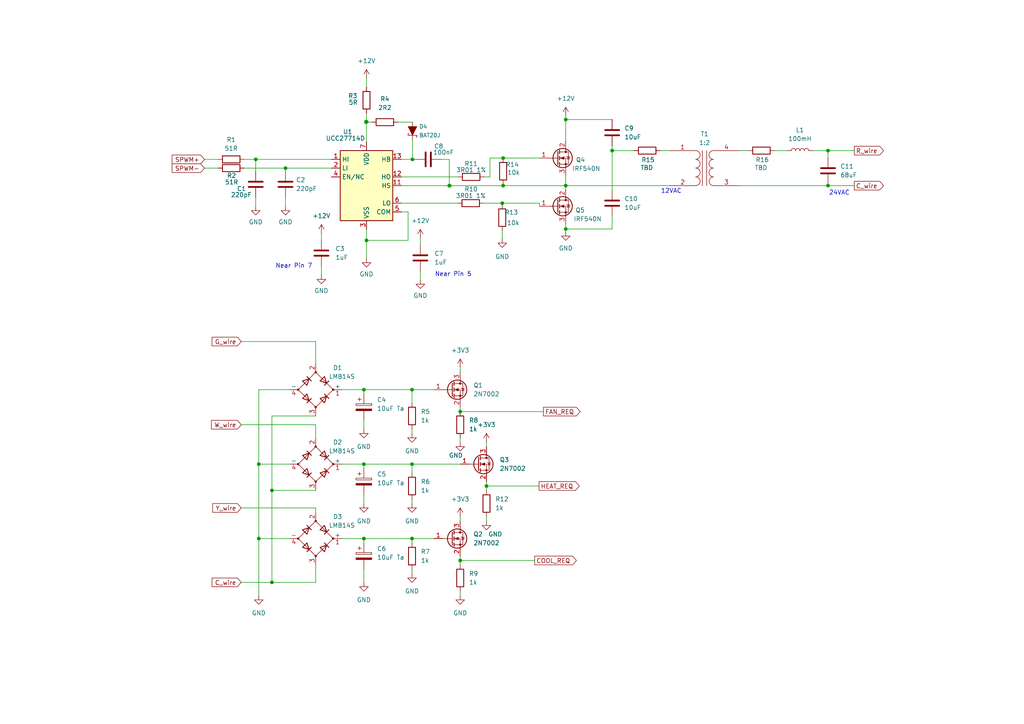
<source format=kicad_sch>
(kicad_sch (version 20211123) (generator eeschema)
  (paper "A4")
  (lib_symbols
    (symbol "Device:C" (pin_numbers hide) (pin_names (offset 0.254))
      (property "Reference" "C" (at 0.635 2.54 0))
      (property "Value" "C" (at 0.635 -2.54 0))
      (symbol "C_0_1"
        (polyline (pts (xy -2.032 -0.762) (xy 2.032 -0.762)) (stroke (width 0.508)))
        (polyline (pts (xy -2.032 0.762) (xy 2.032 0.762)) (stroke (width 0.508)))
      )
      (symbol "C_1_1"
        (pin passive line (at 0 3.81 270) (length 2.794) (name "~") (number "1"))
        (pin passive line (at 0 -3.81 90) (length 2.794) (name "~") (number "2"))
      )
    )
    (symbol "Device:C_Polarized" (pin_numbers hide) (pin_names (offset 0.254))
      (property "Reference" "C" (at 0.635 2.54 0))
      (property "Value" "C_Polarized" (at 0.635 -2.54 0))
      (symbol "C_Polarized_0_1"
        (rectangle (start -2.286 0.508) (end 2.286 1.016))
        (polyline (pts (xy -1.778 2.286) (xy -0.762 2.286)))
        (polyline (pts (xy -1.27 2.794) (xy -1.27 1.778)))
        (rectangle (start 2.286 -0.508) (end -2.286 -1.016) (fill (type outline)))
      )
      (symbol "C_Polarized_1_1"
        (pin passive line (at 0 3.81 270) (length 2.794) (name "~") (number "1"))
        (pin passive line (at 0 -3.81 90) (length 2.794) (name "~") (number "2"))
      )
    )
    (symbol "Device:D_Bridge_+AA-" (pin_names (offset 0))
      (property "Reference" "D" (at 2.54 6.985 0))
      (property "Value" "D_Bridge_+AA-" (at 2.54 5.08 0))
      (symbol "D_Bridge_+AA-_0_1"
        (circle (center -5.08 0) (radius 0.254) (fill (type outline)))
        (circle (center 0 -5.08) (radius 0.254) (fill (type outline)))
        (polyline (pts (xy -2.54 3.81) (xy -1.27 2.54)) (stroke (width 0.254)))
        (polyline (pts (xy -1.27 -2.54) (xy -2.54 -3.81)) (stroke (width 0.254)))
        (polyline (pts (xy 2.54 -1.27) (xy 3.81 -2.54)) (stroke (width 0.254)))
        (polyline (pts (xy 2.54 1.27) (xy 3.81 2.54)) (stroke (width 0.254)))
        (polyline (pts (xy -3.81 2.54) (xy -2.54 1.27) (xy -1.905 3.175) (xy -3.81 2.54)) (stroke (width 0.254)))
        (polyline (pts (xy -2.54 -1.27) (xy -3.81 -2.54) (xy -1.905 -3.175) (xy -2.54 -1.27)) (stroke (width 0.254)))
        (polyline (pts (xy 1.27 2.54) (xy 2.54 3.81) (xy 3.175 1.905) (xy 1.27 2.54)) (stroke (width 0.254)))
        (polyline (pts (xy 3.175 -1.905) (xy 1.27 -2.54) (xy 2.54 -3.81) (xy 3.175 -1.905)) (stroke (width 0.254)))
        (polyline (pts (xy -5.08 0) (xy 0 -5.08) (xy 5.08 0) (xy 0 5.08) (xy -5.08 0)))
        (circle (center 0 5.08) (radius 0.254) (fill (type outline)))
        (circle (center 5.08 0) (radius 0.254) (fill (type outline)))
      )
      (symbol "D_Bridge_+AA-_1_1"
        (pin passive line (at 7.62 0 180) (length 2.54) (name "+") (number "1"))
        (pin passive line (at 0 7.62 270) (length 2.54) (name "~") (number "2"))
        (pin passive line (at 0 -7.62 90) (length 2.54) (name "~") (number "3"))
        (pin passive line (at -7.62 0 0) (length 2.54) (name "-") (number "4"))
      )
    )
    (symbol "Device:L" (pin_numbers hide) (pin_names (offset 1.016) hide)
      (property "Reference" "L" (at -1.27 0 90))
      (property "Value" "L" (at 1.905 0 90))
      (symbol "L_0_1"
        (arc (start 0 -2.54) (mid 0.635 -1.905) (end 0 -1.27))
        (arc (start 0 -1.27) (mid 0.635 -0.635) (end 0 0))
        (arc (start 0 0) (mid 0.635 0.635) (end 0 1.27))
        (arc (start 0 1.27) (mid 0.635 1.905) (end 0 2.54))
      )
      (symbol "L_1_1"
        (pin passive line (at 0 3.81 270) (length 1.27) (name "1") (number "1"))
        (pin passive line (at 0 -3.81 90) (length 1.27) (name "2") (number "2"))
      )
    )
    (symbol "Device:R" (pin_numbers hide) (pin_names (offset 0))
      (property "Reference" "R" (at 2.032 0 90))
      (property "Value" "R" (at 0 0 90))
      (symbol "R_0_1"
        (rectangle (start -1.016 -2.54) (end 1.016 2.54) (stroke (width 0.254)))
      )
      (symbol "R_1_1"
        (pin passive line (at 0 3.81 270) (length 1.27) (name "~") (number "1"))
        (pin passive line (at 0 -3.81 90) (length 1.27) (name "~") (number "2"))
      )
    )
    (symbol "Device:Transformer_1P_1S" (pin_names (offset 1.016) hide)
      (property "Reference" "T" (at 0 6.35 0))
      (property "Value" "Transformer_1P_1S" (at 0 -7.62 0))
      (symbol "Transformer_1P_1S_0_1"
        (arc (start -2.54 -5.0546) (mid -1.6561 -4.6863) (end -1.27 -3.81))
        (arc (start -2.54 -2.5146) (mid -1.6561 -2.1463) (end -1.27 -1.27))
        (arc (start -2.54 0.0254) (mid -1.6561 0.3937) (end -1.27 1.27))
        (arc (start -2.54 2.5654) (mid -1.6561 2.9337) (end -1.27 3.81))
        (arc (start -1.27 -3.81) (mid -1.642 -2.912) (end -2.54 -2.54))
        (arc (start -1.27 -1.27) (mid -1.642 -0.372) (end -2.54 0))
        (arc (start -1.27 1.27) (mid -1.642 2.168) (end -2.54 2.54))
        (arc (start -1.27 3.81) (mid -1.642 4.708) (end -2.54 5.08))
        (polyline (pts (xy -0.635 5.08) (xy -0.635 -5.08)))
        (polyline (pts (xy 0.635 -5.08) (xy 0.635 5.08)))
        (arc (start 1.2954 -1.27) (mid 1.6599 -2.1501) (end 2.54 -2.5146))
        (arc (start 1.2954 1.27) (mid 1.6599 0.3899) (end 2.54 0.0254))
        (arc (start 1.2954 3.81) (mid 1.6599 2.9299) (end 2.54 2.5654))
        (arc (start 1.3208 -3.81) (mid 1.6853 -4.6901) (end 2.5654 -5.0546))
        (arc (start 2.54 0) (mid 1.6456 -0.3683) (end 1.2954 -1.27))
        (arc (start 2.54 2.54) (mid 1.6456 2.1717) (end 1.2954 1.27))
        (arc (start 2.54 5.08) (mid 1.6456 4.7117) (end 1.2954 3.81))
        (arc (start 2.5654 -2.54) (mid 1.671 -2.9083) (end 1.3208 -3.81))
      )
      (symbol "Transformer_1P_1S_1_1"
        (pin passive line (at -10.16 5.08 0) (length 7.62) (name "AA") (number "1"))
        (pin passive line (at -10.16 -5.08 0) (length 7.62) (name "AB") (number "2"))
        (pin passive line (at 10.16 -5.08 180) (length 7.62) (name "SA") (number "3"))
        (pin passive line (at 10.16 5.08 180) (length 7.62) (name "SB") (number "4"))
      )
    )
    (symbol "Driver_FET:UCC27714D"
      (property "Reference" "U" (at -7.62 11.43 0))
      (property "Value" "UCC27714D" (at 1.27 11.43 0))
      (symbol "UCC27714D_0_1"
        (rectangle (start -7.62 10.16) (end 7.62 -10.16) (stroke (width 0.254)) (fill (type background)))
      )
      (symbol "UCC27714D_1_1"
        (pin input line (at -10.16 7.62 0) (length 2.54) (name "HI") (number "1"))
        (pin no_connect line (at -7.62 -5.08 0) (length 2.54) hide (name "NC") (number "10"))
        (pin passive line (at 10.16 0 180) (length 2.54) (name "HS") (number "11"))
        (pin output line (at 10.16 2.54 180) (length 2.54) (name "HO") (number "12"))
        (pin input line (at 10.16 7.62 180) (length 2.54) (name "HB") (number "13"))
        (pin no_connect line (at -7.62 -7.62 0) (length 2.54) hide (name "NC") (number "14"))
        (pin input line (at -10.16 5.08 0) (length 2.54) (name "LI") (number "2"))
        (pin power_in line (at 0 -12.7 90) (length 2.54) (name "VSS") (number "3"))
        (pin input line (at -10.16 2.54 0) (length 2.54) (name "EN/NC") (number "4"))
        (pin passive line (at 10.16 -7.62 180) (length 2.54) (name "COM") (number "5"))
        (pin output line (at 10.16 -5.08 180) (length 2.54) (name "LO") (number "6"))
        (pin power_in line (at 0 12.7 270) (length 2.54) (name "VDD") (number "7"))
        (pin no_connect line (at -7.62 0 0) (length 2.54) hide (name "NC") (number "8"))
        (pin no_connect line (at -7.62 -2.54 0) (length 2.54) hide (name "NC") (number "9"))
      )
    )
    (symbol "GND_1" (power) (pin_names (offset 0))
      (property "Value" "GND_1" (at 0 -3.81 0))
      (symbol "GND_1_0_1"
        (polyline (pts (xy 0 0) (xy 0 -1.27) (xy 1.27 -1.27) (xy 0 -2.54) (xy -1.27 -1.27) (xy 0 -1.27)))
      )
      (symbol "GND_1_1_1"
        (pin power_in line (at 0 0 270) (length 0) hide (name "GND") (number "1"))
      )
    )
    (symbol "GND_2" (power) (pin_names (offset 0))
      (property "Value" "GND_2" (at 0 -3.81 0))
      (symbol "GND_2_0_1"
        (polyline (pts (xy 0 0) (xy 0 -1.27) (xy 1.27 -1.27) (xy 0 -2.54) (xy -1.27 -1.27) (xy 0 -1.27)))
      )
      (symbol "GND_2_1_1"
        (pin power_in line (at 0 0 270) (length 0) hide (name "GND") (number "1"))
      )
    )
    (symbol "GND_3" (power) (pin_names (offset 0))
      (property "Value" "GND_3" (at 0 -3.81 0))
      (symbol "GND_3_0_1"
        (polyline (pts (xy 0 0) (xy 0 -1.27) (xy 1.27 -1.27) (xy 0 -2.54) (xy -1.27 -1.27) (xy 0 -1.27)))
      )
      (symbol "GND_3_1_1"
        (pin power_in line (at 0 0 270) (length 0) hide (name "GND") (number "1"))
      )
    )
    (symbol "SparkFun-DiscreteSemi:DIODE-SCHOTTKY-BAT20J" (pin_numbers hide) (pin_names (offset 1.016) hide)
      (property "Reference" "D" (at -2.54 2.54 0))
      (property "Value" "DIODE-SCHOTTKY-BAT20J" (at -2.54 -3.81 0))
      (property "Field4" "DIO-11623" (at 0 6.35 0))
      (symbol "DIODE-SCHOTTKY-BAT20J_1_0"
        (polyline (pts (xy -2.54 0) (xy -1.27 0)))
        (polyline (pts (xy 0.762 -1.27) (xy 0.762 -1.016)))
        (polyline (pts (xy 1.27 -1.27) (xy 0.762 -1.27)))
        (polyline (pts (xy 1.27 0) (xy 1.27 -1.27)))
        (polyline (pts (xy 1.27 1.27) (xy 1.27 0)))
        (polyline (pts (xy 1.27 1.27) (xy 1.778 1.27)))
        (polyline (pts (xy 1.778 1.27) (xy 1.778 1.016)))
        (polyline (pts (xy 2.54 0) (xy 1.27 0)))
      )
      (symbol "DIODE-SCHOTTKY-BAT20J_1_1"
        (polyline (pts (xy -1.27 1.27) (xy 1.27 0) (xy 1.27 0) (xy -1.27 -1.27) (xy -1.27 -1.27) (xy -1.27 1.27)) (fill (type outline)))
        (pin passive line (at -2.54 0 0) (length 0) (name "A") (number "A"))
        (pin passive line (at 2.54 0 180) (length 0) (name "C") (number "C"))
      )
    )
    (symbol "Transistor_FET:2N7002" (pin_names hide)
      (property "Reference" "Q" (at 5.08 1.905 0))
      (property "Value" "2N7002" (at 5.08 0 0))
      (symbol "2N7002_0_1"
        (polyline (pts (xy 0.254 0) (xy -2.54 0)))
        (polyline (pts (xy 0.254 1.905) (xy 0.254 -1.905)) (stroke (width 0.254)))
        (polyline (pts (xy 0.762 -1.27) (xy 0.762 -2.286)) (stroke (width 0.254)))
        (polyline (pts (xy 0.762 0.508) (xy 0.762 -0.508)) (stroke (width 0.254)))
        (polyline (pts (xy 0.762 2.286) (xy 0.762 1.27)) (stroke (width 0.254)))
        (polyline (pts (xy 2.54 2.54) (xy 2.54 1.778)))
        (polyline (pts (xy 2.54 -2.54) (xy 2.54 0) (xy 0.762 0)))
        (polyline (pts (xy 0.762 -1.778) (xy 3.302 -1.778) (xy 3.302 1.778) (xy 0.762 1.778)))
        (polyline (pts (xy 1.016 0) (xy 2.032 0.381) (xy 2.032 -0.381) (xy 1.016 0)) (fill (type outline)))
        (polyline (pts (xy 2.794 0.508) (xy 2.921 0.381) (xy 3.683 0.381) (xy 3.81 0.254)))
        (polyline (pts (xy 3.302 0.381) (xy 2.921 -0.254) (xy 3.683 -0.254) (xy 3.302 0.381)))
        (circle (center 1.651 0) (radius 2.794) (stroke (width 0.254)))
        (circle (center 2.54 -1.778) (radius 0.254) (fill (type outline)))
        (circle (center 2.54 1.778) (radius 0.254) (fill (type outline)))
      )
      (symbol "2N7002_1_1"
        (pin input line (at -5.08 0 0) (length 2.54) (name "G") (number "1"))
        (pin passive line (at 2.54 -5.08 90) (length 2.54) (name "S") (number "2"))
        (pin passive line (at 2.54 5.08 270) (length 2.54) (name "D") (number "3"))
      )
    )
    (symbol "Transistor_FET:IRF540N" (pin_names hide)
      (property "Reference" "Q" (at 6.35 1.905 0))
      (property "Value" "IRF540N" (at 6.35 0 0))
      (symbol "IRF540N_0_1"
        (polyline (pts (xy 0.254 0) (xy -2.54 0)))
        (polyline (pts (xy 0.254 1.905) (xy 0.254 -1.905)) (stroke (width 0.254)))
        (polyline (pts (xy 0.762 -1.27) (xy 0.762 -2.286)) (stroke (width 0.254)))
        (polyline (pts (xy 0.762 0.508) (xy 0.762 -0.508)) (stroke (width 0.254)))
        (polyline (pts (xy 0.762 2.286) (xy 0.762 1.27)) (stroke (width 0.254)))
        (polyline (pts (xy 2.54 2.54) (xy 2.54 1.778)))
        (polyline (pts (xy 2.54 -2.54) (xy 2.54 0) (xy 0.762 0)))
        (polyline (pts (xy 0.762 -1.778) (xy 3.302 -1.778) (xy 3.302 1.778) (xy 0.762 1.778)))
        (polyline (pts (xy 1.016 0) (xy 2.032 0.381) (xy 2.032 -0.381) (xy 1.016 0)) (fill (type outline)))
        (polyline (pts (xy 2.794 0.508) (xy 2.921 0.381) (xy 3.683 0.381) (xy 3.81 0.254)))
        (polyline (pts (xy 3.302 0.381) (xy 2.921 -0.254) (xy 3.683 -0.254) (xy 3.302 0.381)))
        (circle (center 1.651 0) (radius 2.794) (stroke (width 0.254)))
        (circle (center 2.54 -1.778) (radius 0.254) (fill (type outline)))
        (circle (center 2.54 1.778) (radius 0.254) (fill (type outline)))
      )
      (symbol "IRF540N_1_1"
        (pin input line (at -5.08 0 0) (length 2.54) (name "G") (number "1"))
        (pin passive line (at 2.54 5.08 270) (length 2.54) (name "D") (number "2"))
        (pin passive line (at 2.54 -5.08 90) (length 2.54) (name "S") (number "3"))
      )
    )
    (symbol "power:+12V" (power) (pin_names (offset 0))
      (property "Value" "+12V" (at 0 3.556 0))
      (symbol "+12V_0_1"
        (polyline (pts (xy -0.762 1.27) (xy 0 2.54)))
        (polyline (pts (xy 0 0) (xy 0 2.54)))
        (polyline (pts (xy 0 2.54) (xy 0.762 1.27)))
      )
      (symbol "+12V_1_1"
        (pin power_in line (at 0 0 90) (length 0) hide (name "+12V") (number "1"))
      )
    )
    (symbol "power:+3V3" (power) (pin_names (offset 0))
      (property "Value" "+3V3" (at 0 3.556 0))
      (symbol "+3V3_0_1"
        (polyline (pts (xy -0.762 1.27) (xy 0 2.54)))
        (polyline (pts (xy 0 0) (xy 0 2.54)))
        (polyline (pts (xy 0 2.54) (xy 0.762 1.27)))
      )
      (symbol "+3V3_1_1"
        (pin power_in line (at 0 0 90) (length 0) hide (name "+3V3") (number "1"))
      )
    )
    (symbol "power:GND" (power) (pin_names (offset 0))
      (property "Value" "GND" (at 0 -3.81 0))
      (symbol "GND_0_1"
        (polyline (pts (xy 0 0) (xy 0 -1.27) (xy 1.27 -1.27) (xy 0 -2.54) (xy -1.27 -1.27) (xy 0 -1.27)))
      )
      (symbol "GND_1_1"
        (pin power_in line (at 0 0 270) (length 0) hide (name "GND") (number "1"))
      )
    )
  )
  (junction (at 240.157 43.688))
  (junction (at 177.546 43.688))
  (junction (at 133.477 162.56))
  (junction (at 130.302 53.848))
  (junction (at 130.429 53.848))
  (junction (at 145.669 58.928))
  (junction (at 75.057 156.21))
  (junction (at 145.923 45.847))
  (junction (at 105.537 134.62))
  (junction (at 74.168 46.228))
  (junction (at 164.084 53.848))
  (junction (at 119.507 113.03))
  (junction (at 78.867 142.24))
  (junction (at 133.477 119.38))
  (junction (at 164.084 66.421))
  (junction (at 119.507 134.62))
  (junction (at 106.172 35.306))
  (junction (at 106.299 35.306))
  (junction (at 164.084 34.671))
  (junction (at 145.923 53.848))
  (junction (at 75.057 134.62))
  (junction (at 78.867 168.91))
  (junction (at 106.172 35.433))
  (junction (at 106.299 69.723))
  (junction (at 141.097 140.97))
  (junction (at 240.157 53.848))
  (junction (at 105.537 156.21))
  (junction (at 119.634 46.228))
  (junction (at 119.507 156.21))
  (junction (at 105.537 113.03))
  (junction (at 82.804 48.768))
  (wire (pts (xy 99.187 113.03) (xy 105.537 113.03)))
  (wire (pts (xy 141.097 128.27) (xy 141.097 129.54)))
  (wire (pts (xy 119.507 125.73) (xy 119.507 124.46)))
  (wire (pts (xy 145.669 66.929) (xy 145.669 69.215)))
  (wire (pts (xy 121.92 78.613) (xy 121.92 81.153)))
  (wire (pts (xy 75.057 156.21) (xy 75.057 134.62)))
  (wire (pts (xy 82.804 48.768) (xy 70.866 48.768)))
  (wire (pts (xy 145.923 45.847) (xy 156.464 45.847)))
  (wire (pts (xy 119.507 144.78) (xy 119.507 146.05)))
  (wire (pts (xy 119.507 165.1) (xy 119.507 166.37)))
  (wire (pts (xy 118.364 61.468) (xy 118.364 69.723)))
  (wire (pts (xy 69.977 99.06) (xy 91.567 99.06)))
  (wire (pts (xy 142.113 45.847) (xy 145.923 45.847)))
  (wire (pts (xy 116.459 53.848) (xy 130.302 53.848)))
  (wire (pts (xy 69.977 147.32) (xy 91.567 147.32)))
  (wire (pts (xy 133.477 127) (xy 133.477 128.27)))
  (wire (pts (xy 177.546 42.291) (xy 177.546 43.688)))
  (wire (pts (xy 119.507 134.62) (xy 119.507 137.16)))
  (wire (pts (xy 224.663 43.688) (xy 228.219 43.688)))
  (wire (pts (xy 82.804 48.768) (xy 82.804 49.657)))
  (wire (pts (xy 235.839 43.688) (xy 240.157 43.688)))
  (wire (pts (xy 69.977 123.19) (xy 91.567 123.19)))
  (wire (pts (xy 75.057 156.21) (xy 83.947 156.21)))
  (wire (pts (xy 177.546 43.688) (xy 177.546 55.118)))
  (wire (pts (xy 106.299 32.893) (xy 106.299 35.306)))
  (wire (pts (xy 96.139 48.768) (xy 82.804 48.768)))
  (wire (pts (xy 116.459 51.308) (xy 132.842 51.308)))
  (wire (pts (xy 145.669 58.928) (xy 145.669 59.309)))
  (wire (pts (xy 133.477 161.29) (xy 133.477 162.56)))
  (wire (pts (xy 133.477 106.68) (xy 133.477 107.95)))
  (wire (pts (xy 105.537 143.51) (xy 105.537 146.05)))
  (wire (pts (xy 191.516 43.688) (xy 194.183 43.688)))
  (wire (pts (xy 99.187 134.62) (xy 105.537 134.62)))
  (wire (pts (xy 133.477 118.11) (xy 133.477 119.38)))
  (wire (pts (xy 99.187 156.21) (xy 105.537 156.21)))
  (wire (pts (xy 93.218 77.216) (xy 93.218 79.756)))
  (wire (pts (xy 164.084 50.927) (xy 164.084 53.848)))
  (wire (pts (xy 116.459 58.928) (xy 132.715 58.928)))
  (wire (pts (xy 105.537 134.62) (xy 119.507 134.62)))
  (wire (pts (xy 78.867 168.91) (xy 91.567 168.91)))
  (wire (pts (xy 82.804 59.817) (xy 82.804 57.277)))
  (wire (pts (xy 106.299 69.723) (xy 118.364 69.723)))
  (wire (pts (xy 119.634 46.228) (xy 120.396 46.228)))
  (wire (pts (xy 240.157 53.848) (xy 240.157 53.34)))
  (wire (pts (xy 133.477 162.56) (xy 155.067 162.56)))
  (wire (pts (xy 145.669 58.928) (xy 156.464 58.928)))
  (wire (pts (xy 59.309 48.768) (xy 63.246 48.768)))
  (wire (pts (xy 74.168 49.657) (xy 74.168 46.228)))
  (wire (pts (xy 130.302 46.228) (xy 128.016 46.228)))
  (wire (pts (xy 105.537 165.1) (xy 105.537 168.91)))
  (wire (pts (xy 119.634 40.513) (xy 119.634 46.228)))
  (wire (pts (xy 240.157 43.688) (xy 247.777 43.688)))
  (wire (pts (xy 119.507 134.62) (xy 133.477 134.62)))
  (wire (pts (xy 91.567 147.32) (xy 91.567 148.59)))
  (wire (pts (xy 75.057 113.03) (xy 83.947 113.03)))
  (wire (pts (xy 75.057 134.62) (xy 83.947 134.62)))
  (wire (pts (xy 121.92 69.088) (xy 121.92 70.993)))
  (wire (pts (xy 105.537 156.21) (xy 105.537 157.48)))
  (wire (pts (xy 69.977 168.91) (xy 78.867 168.91)))
  (wire (pts (xy 119.507 113.03) (xy 125.857 113.03)))
  (wire (pts (xy 142.113 45.847) (xy 142.113 51.308)))
  (wire (pts (xy 106.299 22.733) (xy 106.299 25.273)))
  (wire (pts (xy 164.084 40.767) (xy 164.084 34.671)))
  (wire (pts (xy 145.923 53.848) (xy 145.923 53.467)))
  (wire (pts (xy 156.464 58.928) (xy 156.464 59.817)))
  (wire (pts (xy 119.507 113.03) (xy 119.507 116.84)))
  (wire (pts (xy 130.429 53.848) (xy 145.923 53.848)))
  (wire (pts (xy 105.537 134.62) (xy 105.537 135.89)))
  (wire (pts (xy 105.537 156.21) (xy 119.507 156.21)))
  (wire (pts (xy 116.459 61.468) (xy 118.364 61.468)))
  (wire (pts (xy 74.168 57.277) (xy 74.168 59.817)))
  (wire (pts (xy 70.866 46.228) (xy 74.168 46.228)))
  (wire (pts (xy 164.084 34.671) (xy 164.084 33.655)))
  (wire (pts (xy 105.537 121.92) (xy 105.537 124.46)))
  (wire (pts (xy 164.084 34.671) (xy 177.546 34.671)))
  (wire (pts (xy 106.299 35.306) (xy 106.299 41.148)))
  (wire (pts (xy 78.867 142.24) (xy 78.867 120.65)))
  (wire (pts (xy 164.084 66.421) (xy 164.084 67.183)))
  (wire (pts (xy 140.462 51.308) (xy 142.113 51.308)))
  (wire (pts (xy 177.546 66.421) (xy 164.084 66.421)))
  (wire (pts (xy 141.097 149.86) (xy 141.097 151.13)))
  (wire (pts (xy 107.823 35.433) (xy 106.172 35.433)))
  (wire (pts (xy 91.567 123.19) (xy 91.567 127)))
  (wire (pts (xy 78.867 120.65) (xy 91.567 120.65)))
  (wire (pts (xy 177.546 62.738) (xy 177.546 66.421)))
  (wire (pts (xy 214.503 43.688) (xy 217.043 43.688)))
  (wire (pts (xy 119.507 156.21) (xy 119.507 157.48)))
  (wire (pts (xy 93.218 67.691) (xy 93.218 69.596)))
  (wire (pts (xy 105.537 113.03) (xy 119.507 113.03)))
  (wire (pts (xy 164.084 53.848) (xy 164.084 54.737)))
  (wire (pts (xy 141.097 140.97) (xy 141.097 142.24)))
  (wire (pts (xy 74.168 46.228) (xy 96.139 46.228)))
  (wire (pts (xy 145.923 53.848) (xy 164.084 53.848)))
  (wire (pts (xy 105.537 113.03) (xy 105.537 114.3)))
  (wire (pts (xy 119.507 156.21) (xy 125.857 156.21)))
  (wire (pts (xy 106.299 69.723) (xy 106.299 74.93)))
  (wire (pts (xy 177.546 43.688) (xy 183.896 43.688)))
  (wire (pts (xy 78.867 142.24) (xy 91.567 142.24)))
  (wire (pts (xy 78.867 168.91) (xy 78.867 142.24)))
  (wire (pts (xy 214.503 53.848) (xy 240.157 53.848)))
  (wire (pts (xy 133.477 171.45) (xy 133.477 172.72)))
  (wire (pts (xy 75.057 134.62) (xy 75.057 113.03)))
  (wire (pts (xy 240.157 43.688) (xy 240.157 45.72)))
  (wire (pts (xy 106.172 35.433) (xy 106.172 35.306)))
  (wire (pts (xy 116.459 46.228) (xy 119.634 46.228)))
  (wire (pts (xy 141.097 139.7) (xy 141.097 140.97)))
  (wire (pts (xy 115.443 35.433) (xy 119.634 35.433)))
  (wire (pts (xy 140.335 58.928) (xy 145.669 58.928)))
  (wire (pts (xy 133.477 119.38) (xy 157.607 119.38)))
  (wire (pts (xy 240.157 53.848) (xy 247.777 53.848)))
  (wire (pts (xy 59.309 46.228) (xy 63.246 46.228)))
  (wire (pts (xy 75.057 172.72) (xy 75.057 156.21)))
  (wire (pts (xy 106.172 35.306) (xy 106.299 35.306)))
  (wire (pts (xy 106.299 66.548) (xy 106.299 69.723)))
  (wire (pts (xy 130.302 53.848) (xy 130.302 46.228)))
  (wire (pts (xy 133.477 149.86) (xy 133.477 151.13)))
  (wire (pts (xy 91.567 99.06) (xy 91.567 105.41)))
  (wire (pts (xy 164.084 64.897) (xy 164.084 66.421)))
  (wire (pts (xy 164.084 53.848) (xy 194.183 53.848)))
  (wire (pts (xy 141.097 140.97) (xy 156.337 140.97)))
  (wire (pts (xy 133.477 162.56) (xy 133.477 163.83)))
  (wire (pts (xy 91.567 168.91) (xy 91.567 163.83)))
  (text "Near Pin 5" (at 126.111 80.391 0) (effects (font (size 1.27 1.27)) (justify left bottom)))
  (text "12VAC" (at 197.739 56.261 180) (effects (font (size 1.27 1.27)) (justify right bottom)))
  (text "Near Pin 7" (at 79.883 77.978 0) (effects (font (size 1.27 1.27)) (justify left bottom)))
  (text "24VAC" (at 240.411 56.769 0) (effects (font (size 1.27 1.27)) (justify left bottom)))
  (global_label "SPWM-" (shape input) (at 59.309 48.768 180) (property "Intersheet References" "${INTERSHEET_REFS}" (effects hide)))
  (global_label "COOL_REQ" (shape output) (at 155.067 162.56 0) (property "Intersheet References" "${INTERSHEET_REFS}" (effects hide)))
  (global_label "G_wire" (shape input) (at 69.977 99.06 180) (property "Intersheet References" "${INTERSHEET_REFS}" (effects hide)))
  (global_label "W_wire" (shape input) (at 69.977 123.19 180) (property "Intersheet References" "${INTERSHEET_REFS}" (effects hide)))
  (global_label "SPWM+" (shape input) (at 59.309 46.228 180) (property "Intersheet References" "${INTERSHEET_REFS}" (effects hide)))
  (global_label "FAN_REQ" (shape output) (at 157.607 119.38 0) (property "Intersheet References" "${INTERSHEET_REFS}" (effects hide)))
  (global_label "C_wire" (shape output) (at 247.777 53.848 0) (property "Intersheet References" "${INTERSHEET_REFS}" (effects hide)))
  (global_label "R_wire" (shape output) (at 247.777 43.688 0) (property "Intersheet References" "${INTERSHEET_REFS}" (effects hide)))
  (global_label "C_wire" (shape input) (at 69.977 168.91 180) (property "Intersheet References" "${INTERSHEET_REFS}" (effects hide)))
  (global_label "HEAT_REQ" (shape output) (at 156.337 140.97 0) (property "Intersheet References" "${INTERSHEET_REFS}" (effects hide)))
  (global_label "Y_wire" (shape input) (at 69.977 147.32 180) (property "Intersheet References" "${INTERSHEET_REFS}" (effects hide)))
  (symbol (lib_name "GND_1") (lib_id "power:GND") (at 93.218 79.756 0) (unit 1)
    (property "Reference" "#PWR05" (effects hide))
    (property "Value" "GND" (at 93.218 84.328 0))
  )
  (symbol (lib_name "GND_1") (lib_id "power:GND") (at 82.804 59.817 0) (unit 1)
    (property "Reference" "#PWR03" (effects hide))
    (property "Value" "GND" (at 82.804 64.389 0))
  )
  (symbol (lib_id "power:GND") (at 119.507 166.37 0) (unit 1)
    (property "Reference" "#PWR013" (effects hide))
    (property "Value" "GND" (at 119.507 171.45 0))
  )
  (symbol (lib_id "Device:C") (at 177.546 58.928 0) (unit 1)
    (property "Reference" "C10" (at 181.102 57.6579 0) (effects (justify left)))
    (property "Value" "10uF" (at 181.102 60.1979 0) (effects (justify left)))
  )
  (symbol (lib_id "Device:C") (at 82.804 53.467 0) (unit 1)
    (property "Reference" "C2" (at 85.852 52.1969 0) (effects (justify left)))
    (property "Value" "220pF" (at 85.852 54.7369 0) (effects (justify left)))
  )
  (symbol (lib_id "Device:C") (at 177.546 38.481 0) (unit 1)
    (property "Reference" "C9" (at 181.102 37.2109 0) (effects (justify left)))
    (property "Value" "10uF" (at 181.102 39.7509 0) (effects (justify left)))
  )
  (symbol (lib_id "power:GND") (at 105.537 124.46 0) (unit 1)
    (property "Reference" "#PWR06" (effects hide))
    (property "Value" "GND" (at 105.537 129.54 0))
  )
  (symbol (lib_id "power:GND") (at 133.477 172.72 0) (unit 1)
    (property "Reference" "#PWR019" (effects hide))
    (property "Value" "GND" (at 133.477 177.8 0))
  )
  (symbol (lib_id "Device:R") (at 106.299 29.083 0) (unit 1)
    (property "Reference" "R3" (at 100.965 27.813 0) (effects (justify left)))
    (property "Value" "5R" (at 101.092 29.718 0) (effects (justify left)))
  )
  (symbol (lib_id "Device:R") (at 145.923 49.657 180) (unit 1)
    (property "Reference" "R14" (at 148.59 47.752 0))
    (property "Value" "10k" (at 148.971 50.038 0))
  )
  (symbol (lib_id "Device:R") (at 141.097 146.05 0) (unit 1)
    (property "Reference" "R12" (at 143.637 144.7799 0) (effects (justify left)))
    (property "Value" "1k" (at 143.637 147.3199 0) (effects (justify left)))
  )
  (symbol (lib_id "Device:D_Bridge_+AA-") (at 91.567 156.21 0) (unit 1)
    (property "Reference" "D3" (at 97.917 149.86 0))
    (property "Value" "LMB14S" (at 99.187 152.4 0))
    (property "Footprint" "Diode_SMD:Diode_Bridge_Vishay_MBLS" (effects hide))
  )
  (symbol (lib_id "Device:D_Bridge_+AA-") (at 91.567 134.62 0) (unit 1)
    (property "Reference" "D2" (at 97.917 128.27 0))
    (property "Value" "LMB14S" (at 99.187 130.81 0))
    (property "Footprint" "Diode_SMD:Diode_Bridge_Vishay_MBLS" (effects hide))
  )
  (symbol (lib_id "Device:R") (at 111.633 35.433 90) (unit 1)
    (property "Reference" "R4" (at 111.633 28.702 90))
    (property "Value" "2R2" (at 111.633 31.242 90))
  )
  (symbol (lib_id "Device:R") (at 119.507 140.97 0) (unit 1)
    (property "Reference" "R6" (at 122.047 139.6999 0) (effects (justify left)))
    (property "Value" "1k" (at 122.047 142.2399 0) (effects (justify left)))
  )
  (symbol (lib_id "power:+3V3") (at 133.477 149.86 0) (unit 1)
    (property "Reference" "#PWR018" (effects hide))
    (property "Value" "+3V3" (at 133.477 144.78 0))
  )
  (symbol (lib_id "Device:C") (at 93.218 73.406 0) (unit 1)
    (property "Reference" "C3" (at 97.282 72.1359 0) (effects (justify left)))
    (property "Value" "1uF" (at 97.282 74.6759 0) (effects (justify left)))
  )
  (symbol (lib_id "SparkFun-DiscreteSemi:DIODE-SCHOTTKY-BAT20J") (at 119.634 37.973 270) (unit 1)
    (property "Reference" "D4" (at 121.539 36.703 90) (effects (font (size 1.143 1.143)) (justify left)))
    (property "Value" "BAT20J" (at 121.539 39.243 90) (effects (font (size 1.143 1.143)) (justify left)))
    (property "Footprint" "SparkFun-Silicon-Standard:SOD-323" (effects hide))
    (property "Field4" "DIO-11623" (effects hide))
  )
  (symbol (lib_id "Device:C") (at 74.168 53.467 0) (unit 1)
    (property "Reference" "C1" (at 68.707 54.737 0) (effects (justify left)))
    (property "Value" "220pF" (at 66.929 56.515 0) (effects (justify left)))
  )
  (symbol (lib_id "Device:C") (at 121.92 74.803 0) (unit 1)
    (property "Reference" "C7" (at 125.984 73.5329 0) (effects (justify left)))
    (property "Value" "1uF" (at 125.984 76.0729 0) (effects (justify left)))
  )
  (symbol (lib_id "Device:C_Polarized") (at 105.537 139.7 0) (unit 1)
    (property "Reference" "C5" (at 109.347 137.5409 0) (effects (justify left)))
    (property "Value" "10uF Ta" (at 109.347 140.0809 0) (effects (justify left)))
  )
  (symbol (lib_id "Transistor_FET:2N7002") (at 130.937 113.03 0) (unit 1)
    (property "Reference" "Q1" (at 137.287 111.7599 0) (effects (justify left)))
    (property "Value" "2N7002" (at 137.287 114.2999 0) (effects (justify left)))
    (property "Footprint" "Package_TO_SOT_SMD:SOT-23" (effects hide))
    (property "Datasheet" "https://www.onsemi.com/pub/Collateral/NDS7002A-D.PDF" (effects hide))
  )
  (symbol (lib_id "Device:C_Polarized") (at 105.537 118.11 0) (unit 1)
    (property "Reference" "C4" (at 109.347 115.9509 0) (effects (justify left)))
    (property "Value" "10uF Ta" (at 109.347 118.4909 0) (effects (justify left)))
  )
  (symbol (lib_id "Transistor_FET:2N7002") (at 130.937 156.21 0) (unit 1)
    (property "Reference" "Q2" (at 137.287 154.9399 0) (effects (justify left)))
    (property "Value" "2N7002" (at 137.287 157.4799 0) (effects (justify left)))
    (property "Footprint" "Package_TO_SOT_SMD:SOT-23" (effects hide))
    (property "Datasheet" "https://www.onsemi.com/pub/Collateral/NDS7002A-D.PDF" (effects hide))
  )
  (symbol (lib_id "Device:C_Polarized") (at 105.537 161.29 0) (unit 1)
    (property "Reference" "C6" (at 109.347 159.1309 0) (effects (justify left)))
    (property "Value" "10uF Ta" (at 109.347 161.6709 0) (effects (justify left)))
  )
  (symbol (lib_id "Device:Transformer_1P_1S") (at 204.343 48.768 0) (unit 1)
    (property "Reference" "T1" (at 204.3557 38.862 0))
    (property "Value" "1:2" (at 204.3557 41.402 0))
    (property "Footprint" "Transformer_THT:Transformer_Toroid_Horizontal_D9.0mm_Amidon-T30" (effects hide))
  )
  (symbol (lib_id "power:GND") (at 133.477 128.27 0) (unit 1)
    (property "Reference" "#PWR017" (effects hide))
    (property "Value" "GND" (at 132.207 132.08 0))
  )
  (symbol (lib_id "Device:R") (at 136.525 58.928 90) (unit 1)
    (property "Reference" "R10" (at 136.652 54.864 90))
    (property "Value" "3R01 1%" (at 136.525 56.769 90))
  )
  (symbol (lib_id "power:+12V") (at 93.218 67.691 0) (unit 1)
    (property "Reference" "#PWR04" (effects hide))
    (property "Value" "+12V" (at 93.218 62.611 0))
  )
  (symbol (lib_id "power:GND") (at 119.507 146.05 0) (unit 1)
    (property "Reference" "#PWR012" (effects hide))
    (property "Value" "GND" (at 119.507 151.13 0))
  )
  (symbol (lib_id "Transistor_FET:IRF540N") (at 161.544 45.847 0) (unit 1)
    (property "Reference" "Q4" (at 167.005 46.355 0) (effects (justify left)))
    (property "Value" "IRF540N" (at 165.989 48.895 0) (effects (justify left)))
    (property "Footprint" "Package_TO_SOT_THT:TO-220-3_Vertical" (effects hide))
    (property "Datasheet" "http://www.irf.com/product-info/datasheets/data/irf540n.pdf" (effects hide))
  )
  (symbol (lib_id "power:GND") (at 75.057 172.72 0) (unit 1)
    (property "Reference" "#PWR02" (effects hide))
    (property "Value" "GND" (at 75.057 177.8 0))
  )
  (symbol (lib_id "Device:D_Bridge_+AA-") (at 91.567 113.03 0) (unit 1)
    (property "Reference" "D1" (at 97.917 106.68 0))
    (property "Value" "LMB14S" (at 99.187 109.22 0))
    (property "Footprint" "Diode_SMD:Diode_Bridge_Vishay_MBLS" (effects hide))
  )
  (symbol (lib_id "power:+12V") (at 121.92 69.088 0) (unit 1)
    (property "Reference" "#PWR014" (effects hide))
    (property "Value" "+12V" (at 121.92 64.008 0))
  )
  (symbol (lib_name "GND_3") (lib_id "power:GND") (at 164.084 67.183 0) (unit 1)
    (property "Reference" "#PWR024" (effects hide))
    (property "Value" "GND" (at 164.084 72.009 0))
  )
  (symbol (lib_id "Device:R") (at 133.477 167.64 0) (unit 1)
    (property "Reference" "R9" (at 136.017 166.3699 0) (effects (justify left)))
    (property "Value" "1k" (at 136.017 168.9099 0) (effects (justify left)))
  )
  (symbol (lib_id "Device:R") (at 187.706 43.688 90) (unit 1)
    (property "Reference" "R15" (at 187.96 46.355 90))
    (property "Value" "TBD" (at 187.579 48.641 90))
  )
  (symbol (lib_id "Device:R") (at 136.652 51.308 90) (unit 1)
    (property "Reference" "R11" (at 136.652 47.498 90))
    (property "Value" "3R01 1%" (at 136.652 49.276 90))
  )
  (symbol (lib_id "power:GND") (at 119.507 125.73 0) (unit 1)
    (property "Reference" "#PWR011" (effects hide))
    (property "Value" "GND" (at 119.507 130.81 0))
  )
  (symbol (lib_id "Device:R") (at 133.477 123.19 0) (unit 1)
    (property "Reference" "R8" (at 136.017 121.9199 0) (effects (justify left)))
    (property "Value" "1k" (at 136.017 124.4599 0) (effects (justify left)))
  )
  (symbol (lib_name "GND_1") (lib_id "power:GND") (at 74.168 59.817 0) (unit 1)
    (property "Reference" "#PWR01" (effects hide))
    (property "Value" "GND" (at 74.168 64.389 0))
  )
  (symbol (lib_id "Device:R") (at 67.056 46.228 90) (unit 1)
    (property "Reference" "R1" (at 67.056 40.513 90))
    (property "Value" "51R" (at 67.056 43.053 90))
  )
  (symbol (lib_id "Device:L") (at 232.029 43.688 90) (unit 1)
    (property "Reference" "L1" (at 232.029 37.719 90))
    (property "Value" "100mH" (at 232.029 40.259 90))
  )
  (symbol (lib_id "power:+12V") (at 106.299 22.733 0) (unit 1)
    (property "Reference" "#PWR09" (effects hide))
    (property "Value" "+12V" (at 106.299 17.653 0))
  )
  (symbol (lib_id "Device:C") (at 240.157 49.53 0) (unit 1)
    (property "Reference" "C11" (at 243.713 48.2599 0) (effects (justify left)))
    (property "Value" "68uF" (at 243.713 50.7999 0) (effects (justify left)))
  )
  (symbol (lib_name "GND_1") (lib_id "power:GND") (at 121.92 81.153 0) (unit 1)
    (property "Reference" "#PWR015" (effects hide))
    (property "Value" "GND" (at 121.92 85.725 0))
  )
  (symbol (lib_id "Device:R") (at 119.507 120.65 0) (unit 1)
    (property "Reference" "R5" (at 122.047 119.3799 0) (effects (justify left)))
    (property "Value" "1k" (at 122.047 121.9199 0) (effects (justify left)))
  )
  (symbol (lib_id "power:GND") (at 105.537 146.05 0) (unit 1)
    (property "Reference" "#PWR07" (effects hide))
    (property "Value" "GND" (at 105.537 151.13 0))
  )
  (symbol (lib_id "Transistor_FET:2N7002") (at 138.557 134.62 0) (unit 1)
    (property "Reference" "Q3" (at 144.907 133.3499 0) (effects (justify left)))
    (property "Value" "2N7002" (at 144.907 135.8899 0) (effects (justify left)))
    (property "Footprint" "Package_TO_SOT_SMD:SOT-23" (effects hide))
    (property "Datasheet" "https://www.onsemi.com/pub/Collateral/NDS7002A-D.PDF" (effects hide))
  )
  (symbol (lib_name "GND_1") (lib_id "power:GND") (at 106.299 74.93 0) (unit 1)
    (property "Reference" "#PWR010" (effects hide))
    (property "Value" "GND" (at 106.299 79.502 0))
  )
  (symbol (lib_id "power:+3V3") (at 141.097 128.27 0) (unit 1)
    (property "Reference" "#PWR020" (effects hide))
    (property "Value" "+3V3" (at 141.097 123.19 0))
  )
  (symbol (lib_id "Device:R") (at 220.853 43.688 90) (unit 1)
    (property "Reference" "R16" (at 221.107 46.355 90))
    (property "Value" "TBD" (at 220.726 48.641 90))
  )
  (symbol (lib_name "GND_2") (lib_id "power:GND") (at 145.669 69.215 0) (unit 1)
    (property "Reference" "#PWR022" (effects hide))
    (property "Value" "GND" (at 145.669 74.422 0))
  )
  (symbol (lib_id "Device:R") (at 67.056 48.768 90) (unit 1)
    (property "Reference" "R2" (at 67.183 50.927 90))
    (property "Value" "51R" (at 67.183 52.832 90))
  )
  (symbol (lib_id "Device:R") (at 145.669 63.119 180) (unit 1)
    (property "Reference" "R13" (at 148.336 61.595 0))
    (property "Value" "10k" (at 148.844 64.643 0))
  )
  (symbol (lib_id "power:GND") (at 141.097 151.13 0) (unit 1)
    (property "Reference" "#PWR021" (effects hide))
    (property "Value" "GND" (at 143.637 154.94 0))
  )
  (symbol (lib_id "Transistor_FET:IRF540N") (at 161.544 59.817 0) (unit 1)
    (property "Reference" "Q5" (at 166.878 60.96 0) (effects (justify left)))
    (property "Value" "IRF540N" (at 166.37 63.5 0) (effects (justify left)))
    (property "Footprint" "Package_TO_SOT_THT:TO-220-3_Vertical" (effects hide))
    (property "Datasheet" "http://www.irf.com/product-info/datasheets/data/irf540n.pdf" (effects hide))
  )
  (symbol (lib_id "power:GND") (at 105.537 168.91 0) (unit 1)
    (property "Reference" "#PWR08" (effects hide))
    (property "Value" "GND" (at 105.537 173.99 0))
  )
  (symbol (lib_id "power:+12V") (at 164.084 33.655 0) (unit 1)
    (property "Reference" "#PWR023" (effects hide))
    (property "Value" "+12V" (at 164.084 28.575 0))
  )
  (symbol (lib_id "Device:R") (at 119.507 161.29 0) (unit 1)
    (property "Reference" "R7" (at 122.047 160.0199 0) (effects (justify left)))
    (property "Value" "1k" (at 122.047 162.5599 0) (effects (justify left)))
  )
  (symbol (lib_id "Device:C") (at 124.206 46.228 90) (unit 1)
    (property "Reference" "C8" (at 127.254 42.418 90))
    (property "Value" "100nF" (at 128.651 44.196 90))
  )
  (symbol (lib_id "Driver_FET:UCC27714D") (at 106.299 53.848 0) (unit 1)
    (property "Reference" "U1" (at 99.441 38.227 0) (effects (justify left)))
    (property "Value" "UCC27714D" (at 94.488 40.132 0) (effects (justify left)))
    (property "Footprint" "Package_SO:SOIC-14_3.9x8.7mm_P1.27mm" (effects hide))
    (property "Datasheet" "http://www.ti.com/lit/ds/symlink/ucc27714.pdf" (effects hide))
  )
  (symbol (lib_id "power:+3V3") (at 133.477 106.68 0) (unit 1)
    (property "Reference" "#PWR016" (effects hide))
    (property "Value" "+3V3" (at 133.477 101.6 0))
  )
)
</source>
